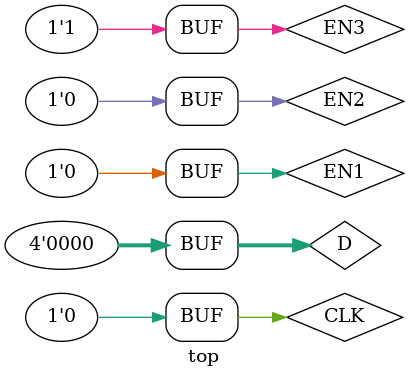
<source format=v>

module top();

reg       CLK;
reg [3:0] D;
reg       EN1;
reg       EN2;
reg       EN3;
reg [3:0] Q;

always @(posedge CLK) begin
  if (EN1) Q[1] <= D[1];
  if (EN2) Q[2] <= D[2];
  if (EN3) Q[3] <= D[3];
end

reg failed;

(* ivl_synthesis_off *)
initial begin
  failed = 0;
  $monitor("%b %b %b %b %b %b", CLK, EN1, EN2, EN3, D, Q);
  CLK = 0;
  EN1 = 0;
  EN2 = 0;
  EN3 = 0;
  D = 4'b0000;
  #1 CLK = 1;
  #1 CLK = 0;
  if (Q !== 4'bxxxx) failed = 1;
  EN1 = 1;
  D = 4'b0000;
  #1 CLK = 1;
  #1 CLK = 0;
  if (Q !== 4'bxx0x) failed = 1;
  EN1 = 0;
  EN2 = 1;
  D = 4'b1111;
  #1 CLK = 1;
  #1 CLK = 0;
  if (Q !== 4'bx10x) failed = 1;
  EN2 = 0;
  EN3 = 1;
  D = 4'b0000;
  #1 CLK = 1;
  #1 CLK = 0;
  if (Q !== 4'b010x) failed = 1;
  #1;
  if (failed)
    $display("FAILED");
  else
    $display("PASSED");
end

endmodule

</source>
